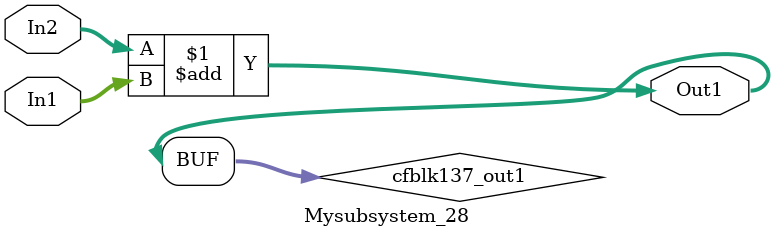
<source format=v>



`timescale 1 ns / 1 ns

module Mysubsystem_28
          (In1,
           In2,
           Out1);


  input   [7:0] In1;  // uint8
  input   [7:0] In2;  // uint8
  output  [7:0] Out1;  // uint8


  wire [7:0] cfblk137_out1;  // uint8


  assign cfblk137_out1 = In2 + In1;



  assign Out1 = cfblk137_out1;

endmodule  // Mysubsystem_28


</source>
